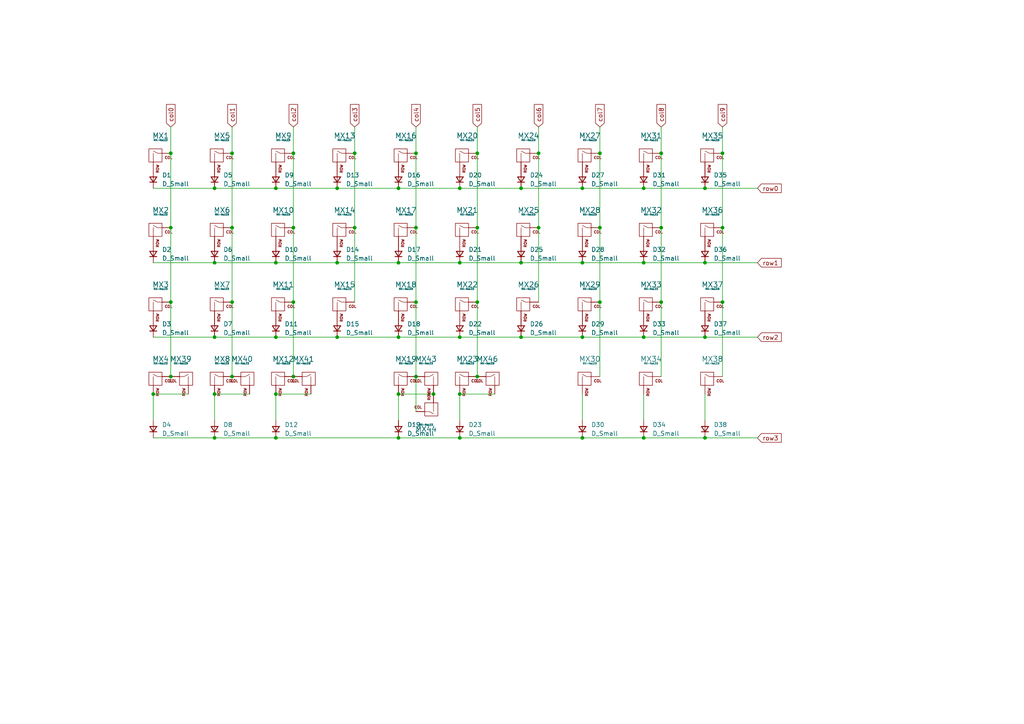
<source format=kicad_sch>
(kicad_sch (version 20230121) (generator eeschema)
  (paper "A4")
  (lib_symbols
    (symbol "Device:D_Small" (pin_numbers hide) (pin_names (offset 0.254) hide)
      (property "Reference" "D" (at -1.27 2.032 0))
      (property "Value" "D_Small" (at -3.81 -2.032 0))
      (symbol "D_Small_0_1"
        (polyline (pts (xy -0.762 -1.016) (xy -0.762 1.016)) (stroke (width 0.254)))
        (polyline (pts (xy -0.762 0) (xy 0.762 0)))
        (polyline (pts (xy 0.762 -1.016) (xy -0.762 0) (xy 0.762 1.016) (xy 0.762 -1.016)) (stroke (width 0.254)))
      )
      (symbol "D_Small_1_1"
        (pin passive line (at -2.54 0 0) (length 1.778) (name "K") (number "1"))
        (pin passive line (at 2.54 0 180) (length 1.778) (name "A") (number "2"))
      )
    )
    (symbol "cipulot_parts:MX-NoLED" (pin_names (offset 1.016))
      (property "Reference" "MX" (at -0.635 3.81 0))
      (property "Value" "MX-NoLED" (at -0.635 1.27 0))
      (symbol "MX-NoLED_0_0"
        (rectangle (start -2.54 2.54) (end 1.27 -1.27))
        (polyline (pts (xy -1.27 -1.27) (xy -1.27 1.27)) (stroke (width 0.127)))
        (polyline (pts (xy 1.27 1.27) (xy 0 1.27) (xy -1.27 1.905)) (stroke (width 0.127)))
        (text "COL" (at 3.175 0 0) (effects (font (size 0.762 0.762))))
        (text "ROW" (at 0 -1.905 900) (effects (font (size 0.762 0.762)) (justify right)))
      )
      (symbol "MX-NoLED_1_1"
        (pin passive line (at 3.81 1.27 180) (length 2.54) (name "COL") (number "1"))
        (pin passive line (at -1.27 -3.81 90) (length 2.54) (name "ROW") (number "2"))
      )
    )
  )
  (junction (at 120.65 44.45))
  (junction (at 168.91 54.61))
  (junction (at 102.87 66.04))
  (junction (at 186.69 54.61))
  (junction (at 186.69 76.2))
  (junction (at 156.21 66.04))
  (junction (at 138.43 44.45))
  (junction (at 173.99 44.45))
  (junction (at 85.09 109.22))
  (junction (at 49.53 109.22))
  (junction (at 80.01 114.3))
  (junction (at 168.91 76.2))
  (junction (at 85.09 87.63))
  (junction (at 120.65 109.22))
  (junction (at 151.13 54.61))
  (junction (at 151.13 97.79))
  (junction (at 115.57 97.79))
  (junction (at 97.79 76.2))
  (junction (at 120.65 87.63))
  (junction (at 49.53 44.45))
  (junction (at 133.35 127))
  (junction (at 168.91 127))
  (junction (at 133.35 97.79))
  (junction (at 133.35 54.61))
  (junction (at 115.57 114.3))
  (junction (at 62.23 127))
  (junction (at 204.47 76.2))
  (junction (at 62.23 114.3))
  (junction (at 138.43 87.63))
  (junction (at 156.21 44.45))
  (junction (at 80.01 76.2))
  (junction (at 209.55 66.04))
  (junction (at 85.09 44.45))
  (junction (at 186.69 97.79))
  (junction (at 138.43 66.04))
  (junction (at 173.99 66.04))
  (junction (at 67.31 109.22))
  (junction (at 209.55 87.63))
  (junction (at 67.31 44.45))
  (junction (at 49.53 66.04))
  (junction (at 204.47 97.79))
  (junction (at 191.77 66.04))
  (junction (at 80.01 54.61))
  (junction (at 49.53 87.63))
  (junction (at 191.77 44.45))
  (junction (at 168.91 97.79))
  (junction (at 191.77 87.63))
  (junction (at 62.23 76.2))
  (junction (at 44.45 114.3))
  (junction (at 120.65 66.04))
  (junction (at 125.73 114.3))
  (junction (at 62.23 97.79))
  (junction (at 67.31 87.63))
  (junction (at 67.31 66.04))
  (junction (at 80.01 127))
  (junction (at 186.69 127))
  (junction (at 85.09 66.04))
  (junction (at 115.57 127))
  (junction (at 97.79 97.79))
  (junction (at 133.35 114.3))
  (junction (at 80.01 97.79))
  (junction (at 102.87 44.45))
  (junction (at 173.99 87.63))
  (junction (at 204.47 54.61))
  (junction (at 138.43 109.22))
  (junction (at 209.55 44.45))
  (junction (at 115.57 76.2))
  (junction (at 133.35 76.2))
  (junction (at 97.79 54.61))
  (junction (at 115.57 54.61))
  (junction (at 151.13 76.2))
  (junction (at 62.23 54.61))
  (junction (at 204.47 127))
  (wire (pts (xy 120.65 44.45) (xy 120.65 66.04)))
  (wire (pts (xy 191.77 44.45) (xy 191.77 66.04)))
  (wire (pts (xy 44.45 114.3) (xy 44.45 121.92)))
  (wire (pts (xy 191.77 66.04) (xy 191.77 87.63)))
  (wire (pts (xy 62.23 127) (xy 80.01 127)))
  (wire (pts (xy 156.21 66.04) (xy 156.21 87.63)))
  (wire (pts (xy 80.01 76.2) (xy 62.23 76.2)))
  (wire (pts (xy 133.35 97.79) (xy 151.13 97.79)))
  (wire (pts (xy 115.57 127) (xy 133.35 127)))
  (wire (pts (xy 138.43 87.63) (xy 138.43 109.22)))
  (wire (pts (xy 133.35 127) (xy 168.91 127)))
  (wire (pts (xy 168.91 76.2) (xy 151.13 76.2)))
  (wire (pts (xy 133.35 114.3) (xy 143.51 114.3)))
  (wire (pts (xy 204.47 54.61) (xy 219.71 54.61)))
  (wire (pts (xy 120.65 87.63) (xy 120.65 109.22)))
  (wire (pts (xy 120.65 109.22) (xy 120.65 119.38)))
  (wire (pts (xy 49.53 66.04) (xy 49.53 87.63)))
  (wire (pts (xy 168.91 97.79) (xy 186.69 97.79)))
  (wire (pts (xy 156.21 44.45) (xy 156.21 66.04)))
  (wire (pts (xy 209.55 36.83) (xy 209.55 44.45)))
  (wire (pts (xy 67.31 44.45) (xy 67.31 66.04)))
  (wire (pts (xy 120.65 66.04) (xy 120.65 87.63)))
  (wire (pts (xy 49.53 36.83) (xy 49.53 44.45)))
  (wire (pts (xy 209.55 87.63) (xy 209.55 109.22)))
  (wire (pts (xy 44.45 127) (xy 62.23 127)))
  (wire (pts (xy 67.31 66.04) (xy 67.31 87.63)))
  (wire (pts (xy 156.21 36.83) (xy 156.21 44.45)))
  (wire (pts (xy 80.01 114.3) (xy 80.01 121.92)))
  (wire (pts (xy 138.43 44.45) (xy 138.43 66.04)))
  (wire (pts (xy 102.87 36.83) (xy 102.87 44.45)))
  (wire (pts (xy 186.69 54.61) (xy 204.47 54.61)))
  (wire (pts (xy 80.01 97.79) (xy 97.79 97.79)))
  (wire (pts (xy 97.79 76.2) (xy 80.01 76.2)))
  (wire (pts (xy 102.87 66.04) (xy 102.87 87.63)))
  (wire (pts (xy 62.23 114.3) (xy 72.39 114.3)))
  (wire (pts (xy 102.87 44.45) (xy 102.87 66.04)))
  (wire (pts (xy 115.57 54.61) (xy 133.35 54.61)))
  (wire (pts (xy 67.31 36.83) (xy 67.31 44.45)))
  (wire (pts (xy 80.01 127) (xy 115.57 127)))
  (wire (pts (xy 85.09 87.63) (xy 85.09 109.22)))
  (wire (pts (xy 62.23 54.61) (xy 80.01 54.61)))
  (wire (pts (xy 204.47 127) (xy 219.71 127)))
  (wire (pts (xy 173.99 44.45) (xy 173.99 66.04)))
  (wire (pts (xy 62.23 97.79) (xy 80.01 97.79)))
  (wire (pts (xy 168.91 114.3) (xy 168.91 121.92)))
  (wire (pts (xy 85.09 44.45) (xy 85.09 66.04)))
  (wire (pts (xy 151.13 54.61) (xy 168.91 54.61)))
  (wire (pts (xy 186.69 97.79) (xy 204.47 97.79)))
  (wire (pts (xy 97.79 97.79) (xy 115.57 97.79)))
  (wire (pts (xy 133.35 54.61) (xy 151.13 54.61)))
  (wire (pts (xy 115.57 114.3) (xy 125.73 114.3)))
  (wire (pts (xy 168.91 54.61) (xy 186.69 54.61)))
  (wire (pts (xy 120.65 36.83) (xy 120.65 44.45)))
  (wire (pts (xy 191.77 87.63) (xy 191.77 109.22)))
  (wire (pts (xy 138.43 66.04) (xy 138.43 87.63)))
  (wire (pts (xy 49.53 87.63) (xy 49.53 109.22)))
  (wire (pts (xy 173.99 87.63) (xy 173.99 109.22)))
  (wire (pts (xy 204.47 97.79) (xy 219.71 97.79)))
  (wire (pts (xy 133.35 76.2) (xy 115.57 76.2)))
  (wire (pts (xy 186.69 114.3) (xy 186.69 121.92)))
  (wire (pts (xy 204.47 76.2) (xy 186.69 76.2)))
  (wire (pts (xy 44.45 97.79) (xy 62.23 97.79)))
  (wire (pts (xy 204.47 114.3) (xy 204.47 121.92)))
  (wire (pts (xy 168.91 127) (xy 186.69 127)))
  (wire (pts (xy 219.71 76.2) (xy 204.47 76.2)))
  (wire (pts (xy 209.55 66.04) (xy 209.55 87.63)))
  (wire (pts (xy 80.01 114.3) (xy 90.17 114.3)))
  (wire (pts (xy 115.57 114.3) (xy 115.57 121.92)))
  (wire (pts (xy 115.57 76.2) (xy 97.79 76.2)))
  (wire (pts (xy 173.99 36.83) (xy 173.99 44.45)))
  (wire (pts (xy 173.99 66.04) (xy 173.99 87.63)))
  (wire (pts (xy 97.79 54.61) (xy 115.57 54.61)))
  (wire (pts (xy 186.69 127) (xy 204.47 127)))
  (wire (pts (xy 62.23 114.3) (xy 62.23 121.92)))
  (wire (pts (xy 85.09 66.04) (xy 85.09 87.63)))
  (wire (pts (xy 186.69 76.2) (xy 168.91 76.2)))
  (wire (pts (xy 44.45 54.61) (xy 62.23 54.61)))
  (wire (pts (xy 115.57 97.79) (xy 133.35 97.79)))
  (wire (pts (xy 67.31 87.63) (xy 67.31 109.22)))
  (wire (pts (xy 138.43 36.83) (xy 138.43 44.45)))
  (wire (pts (xy 85.09 36.83) (xy 85.09 44.45)))
  (wire (pts (xy 44.45 114.3) (xy 54.61 114.3)))
  (wire (pts (xy 62.23 76.2) (xy 44.45 76.2)))
  (wire (pts (xy 49.53 44.45) (xy 49.53 66.04)))
  (wire (pts (xy 151.13 76.2) (xy 133.35 76.2)))
  (wire (pts (xy 80.01 54.61) (xy 97.79 54.61)))
  (wire (pts (xy 209.55 44.45) (xy 209.55 66.04)))
  (wire (pts (xy 191.77 36.83) (xy 191.77 44.45)))
  (wire (pts (xy 151.13 97.79) (xy 168.91 97.79)))
  (wire (pts (xy 133.35 114.3) (xy 133.35 121.92)))
  (global_label "col0" (shape input) (at 49.53 36.83 90) (property "Intersheetrefs" "${INTERSHEET_REFS}" (effects hide)))
  (global_label "col9" (shape input) (at 209.55 36.83 90) (property "Intersheetrefs" "${INTERSHEET_REFS}" (effects hide)))
  (global_label "row0" (shape input) (at 219.71 54.61 0) (property "Intersheetrefs" "${INTERSHEET_REFS}" (effects hide)))
  (global_label "col3" (shape input) (at 102.87 36.83 90) (property "Intersheetrefs" "${INTERSHEET_REFS}" (effects hide)))
  (global_label "col6" (shape input) (at 156.21 36.83 90) (property "Intersheetrefs" "${INTERSHEET_REFS}" (effects hide)))
  (global_label "col7" (shape input) (at 173.99 36.83 90) (property "Intersheetrefs" "${INTERSHEET_REFS}" (effects hide)))
  (global_label "col4" (shape input) (at 120.65 36.83 90) (property "Intersheetrefs" "${INTERSHEET_REFS}" (effects hide)))
  (global_label "row3" (shape input) (at 219.71 127 0) (property "Intersheetrefs" "${INTERSHEET_REFS}" (effects hide)))
  (global_label "row2" (shape input) (at 219.71 97.79 0) (property "Intersheetrefs" "${INTERSHEET_REFS}" (effects hide)))
  (global_label "row1" (shape input) (at 219.71 76.2 0) (property "Intersheetrefs" "${INTERSHEET_REFS}" (effects hide)))
  (global_label "col5" (shape input) (at 138.43 36.83 90) (property "Intersheetrefs" "${INTERSHEET_REFS}" (effects hide)))
  (global_label "col1" (shape input) (at 67.31 36.83 90) (property "Intersheetrefs" "${INTERSHEET_REFS}" (effects hide)))
  (global_label "col2" (shape input) (at 85.09 36.83 90) (property "Intersheetrefs" "${INTERSHEET_REFS}" (effects hide)))
  (global_label "col8" (shape input) (at 191.77 36.83 90) (property "Intersheetrefs" "${INTERSHEET_REFS}" (effects hide)))
  (symbol (lib_id "cipulot_parts:MX-NoLED") (at 116.84 110.49 0) (unit 1)
    (property "Reference" "MX19" (at 117.7256 104.14 0) (effects (font (size 1.524 1.524))))
    (property "Value" "MX-NoLED" (at 117.7256 105.41 0) (effects (font (size 0.508 0.508))))
    (property "Footprint" "MX_Only:MXOnly-2U-Hotswap-Solder-ReversedStabilizers-PadSwapped" (effects hide))
  )
  (symbol (lib_id "cipulot_parts:MX-NoLED") (at 124.46 110.49 0) (mirror y) (unit 1)
    (property "Reference" "MX43" (at 123.5744 104.14 0) (effects (font (size 1.524 1.524))))
    (property "Value" "MX-NoLED" (at 123.5744 105.41 0) (effects (font (size 0.508 0.508))))
    (property "Footprint" "MX_Only:MXOnly-1.75U-NoLED" (effects hide))
  )
  (symbol (lib_id "Device:D_Small") (at 204.47 52.07 90) (unit 1)
    (property "Reference" "D35" (at 207.01 50.7999 90) (effects (justify right)))
    (property "Value" "D_Small" (at 207.01 53.3399 90) (effects (justify right)))
    (property "Footprint" "Diode_SMD:D_SOD-123" (effects hide))
  )
  (symbol (lib_id "cipulot_parts:MX-NoLED") (at 88.9 110.49 0) (mirror y) (unit 1)
    (property "Reference" "MX41" (at 88.0144 104.14 0) (effects (font (size 1.524 1.524))))
    (property "Value" "MX-NoLED" (at 88.0144 105.41 0) (effects (font (size 0.508 0.508))))
    (property "Footprint" "MX_Only:MXOnly-1.25U-NoLED" (effects hide))
  )
  (symbol (lib_id "cipulot_parts:MX-NoLED") (at 205.74 88.9 0) (unit 1)
    (property "Reference" "MX37" (at 206.6256 82.55 0) (effects (font (size 1.524 1.524))))
    (property "Value" "MX-NoLED" (at 206.6256 83.82 0) (effects (font (size 0.508 0.508))))
    (property "Footprint" "MX_Only:MXOnly-1U-Hotswap-Solder-PadSwapped" (effects hide))
  )
  (symbol (lib_id "Device:D_Small") (at 186.69 73.66 90) (unit 1)
    (property "Reference" "D32" (at 189.23 72.3899 90) (effects (justify right)))
    (property "Value" "D_Small" (at 189.23 74.9299 90) (effects (justify right)))
    (property "Footprint" "Diode_SMD:D_SOD-123" (effects hide))
  )
  (symbol (lib_id "Device:D_Small") (at 133.35 52.07 90) (unit 1)
    (property "Reference" "D20" (at 135.89 50.7999 90) (effects (justify right)))
    (property "Value" "D_Small" (at 135.89 53.3399 90) (effects (justify right)))
    (property "Footprint" "Diode_SMD:D_SOD-123" (effects hide))
  )
  (symbol (lib_id "Device:D_Small") (at 186.69 124.46 90) (unit 1)
    (property "Reference" "D34" (at 189.23 123.1899 90) (effects (justify right)))
    (property "Value" "D_Small" (at 189.23 125.7299 90) (effects (justify right)))
    (property "Footprint" "Diode_SMD:D_SOD-123" (effects hide))
  )
  (symbol (lib_id "Device:D_Small") (at 44.45 95.25 90) (unit 1)
    (property "Reference" "D3" (at 46.99 93.9799 90) (effects (justify right)))
    (property "Value" "D_Small" (at 46.99 96.5199 90) (effects (justify right)))
    (property "Footprint" "Diode_SMD:D_SOD-123" (effects hide))
  )
  (symbol (lib_id "cipulot_parts:MX-NoLED") (at 205.74 45.72 0) (unit 1)
    (property "Reference" "MX35" (at 206.6256 39.37 0) (effects (font (size 1.524 1.524))))
    (property "Value" "MX-NoLED" (at 206.6256 40.64 0) (effects (font (size 0.508 0.508))))
    (property "Footprint" "MX_Only:MXOnly-1U-Hotswap-Solder-PadSwapped" (effects hide))
  )
  (symbol (lib_id "cipulot_parts:MX-NoLED") (at 170.18 110.49 0) (unit 1)
    (property "Reference" "MX30" (at 171.0656 104.14 0) (effects (font (size 1.524 1.524))))
    (property "Value" "MX-NoLED" (at 171.0656 105.41 0) (effects (font (size 0.508 0.508))))
    (property "Footprint" "MX_Only:MXOnly-1U-Hotswap-Solder-PadSwapped" (effects hide))
  )
  (symbol (lib_id "Device:D_Small") (at 115.57 73.66 90) (unit 1)
    (property "Reference" "D17" (at 118.11 72.3899 90) (effects (justify right)))
    (property "Value" "D_Small" (at 118.11 74.9299 90) (effects (justify right)))
    (property "Footprint" "Diode_SMD:D_SOD-123" (effects hide))
  )
  (symbol (lib_id "cipulot_parts:MX-NoLED") (at 187.96 88.9 0) (unit 1)
    (property "Reference" "MX33" (at 188.8456 82.55 0) (effects (font (size 1.524 1.524))))
    (property "Value" "MX-NoLED" (at 188.8456 83.82 0) (effects (font (size 0.508 0.508))))
    (property "Footprint" "MX_Only:MXOnly-1U-Hotswap-Solder-PadSwapped" (effects hide))
  )
  (symbol (lib_id "Device:D_Small") (at 133.35 73.66 90) (unit 1)
    (property "Reference" "D21" (at 135.89 72.3899 90) (effects (justify right)))
    (property "Value" "D_Small" (at 135.89 74.9299 90) (effects (justify right)))
    (property "Footprint" "Diode_SMD:D_SOD-123" (effects hide))
  )
  (symbol (lib_id "cipulot_parts:MX-NoLED") (at 81.28 88.9 0) (unit 1)
    (property "Reference" "MX11" (at 82.1656 82.55 0) (effects (font (size 1.524 1.524))))
    (property "Value" "MX-NoLED" (at 82.1656 83.82 0) (effects (font (size 0.508 0.508))))
    (property "Footprint" "MX_Only:MXOnly-1U-Hotswap-Solder-PadSwapped" (effects hide))
  )
  (symbol (lib_id "Device:D_Small") (at 115.57 95.25 90) (unit 1)
    (property "Reference" "D18" (at 118.11 93.9799 90) (effects (justify right)))
    (property "Value" "D_Small" (at 118.11 96.5199 90) (effects (justify right)))
    (property "Footprint" "Diode_SMD:D_SOD-123" (effects hide))
  )
  (symbol (lib_id "cipulot_parts:MX-NoLED") (at 124.46 118.11 180) (unit 1)
    (property "Reference" "MX44" (at 123.5744 124.46 0) (effects (font (size 1.524 1.524))))
    (property "Value" "MX-NoLED" (at 123.5744 123.19 0) (effects (font (size 0.508 0.508))))
    (property "Footprint" "MX_Only:MXOnly-4U-Hotswap-Solder-ReversedStabilizers-PadSwapped" (effects hide))
  )
  (symbol (lib_id "Device:D_Small") (at 168.91 124.46 90) (unit 1)
    (property "Reference" "D30" (at 171.45 123.1899 90) (effects (justify right)))
    (property "Value" "D_Small" (at 171.45 125.7299 90) (effects (justify right)))
    (property "Footprint" "Diode_SMD:D_SOD-123" (effects hide))
  )
  (symbol (lib_id "cipulot_parts:MX-NoLED") (at 63.5 45.72 0) (unit 1)
    (property "Reference" "MX5" (at 64.3856 39.37 0) (effects (font (size 1.524 1.524))))
    (property "Value" "MX-NoLED" (at 64.3856 40.64 0) (effects (font (size 0.508 0.508))))
    (property "Footprint" "MX_Only:MXOnly-1U-Hotswap-Solder-PadSwapped" (effects hide))
  )
  (symbol (lib_id "cipulot_parts:MX-NoLED") (at 152.4 88.9 0) (unit 1)
    (property "Reference" "MX26" (at 153.2856 82.55 0) (effects (font (size 1.524 1.524))))
    (property "Value" "MX-NoLED" (at 153.2856 83.82 0) (effects (font (size 0.508 0.508))))
    (property "Footprint" "MX_Only:MXOnly-1U-Hotswap-Solder-PadSwapped" (effects hide))
  )
  (symbol (lib_id "cipulot_parts:MX-NoLED") (at 205.74 67.31 0) (unit 1)
    (property "Reference" "MX36" (at 206.6256 60.96 0) (effects (font (size 1.524 1.524))))
    (property "Value" "MX-NoLED" (at 206.6256 62.23 0) (effects (font (size 0.508 0.508))))
    (property "Footprint" "MX_Only:MXOnly-1U-Hotswap-Solder-PadSwapped" (effects hide))
  )
  (symbol (lib_id "cipulot_parts:MX-NoLED") (at 170.18 45.72 0) (unit 1)
    (property "Reference" "MX27" (at 171.0656 39.37 0) (effects (font (size 1.524 1.524))))
    (property "Value" "MX-NoLED" (at 171.0656 40.64 0) (effects (font (size 0.508 0.508))))
    (property "Footprint" "MX_Only:MXOnly-1U-Hotswap-Solder-PadSwapped" (effects hide))
  )
  (symbol (lib_id "Device:D_Small") (at 186.69 95.25 90) (unit 1)
    (property "Reference" "D33" (at 189.23 93.9799 90) (effects (justify right)))
    (property "Value" "D_Small" (at 189.23 96.5199 90) (effects (justify right)))
    (property "Footprint" "Diode_SMD:D_SOD-123" (effects hide))
  )
  (symbol (lib_id "cipulot_parts:MX-NoLED") (at 71.12 110.49 0) (mirror y) (unit 1)
    (property "Reference" "MX40" (at 70.2344 104.14 0) (effects (font (size 1.524 1.524))))
    (property "Value" "MX-NoLED" (at 70.2344 105.41 0) (effects (font (size 0.508 0.508))))
    (property "Footprint" "MX_Only:MXOnly-1U-NoLED" (effects hide))
  )
  (symbol (lib_id "Device:D_Small") (at 115.57 52.07 90) (unit 1)
    (property "Reference" "D16" (at 118.11 50.7999 90) (effects (justify right)))
    (property "Value" "D_Small" (at 118.11 53.3399 90) (effects (justify right)))
    (property "Footprint" "Diode_SMD:D_SOD-123" (effects hide))
  )
  (symbol (lib_id "cipulot_parts:MX-NoLED") (at 45.72 45.72 0) (unit 1)
    (property "Reference" "MX1" (at 46.6056 39.37 0) (effects (font (size 1.524 1.524))))
    (property "Value" "MX-NoLED" (at 46.6056 40.64 0) (effects (font (size 0.508 0.508))))
    (property "Footprint" "MX_Only:MXOnly-1U-Hotswap-Solder-PadSwapped" (effects hide))
  )
  (symbol (lib_id "cipulot_parts:MX-NoLED") (at 116.84 88.9 0) (unit 1)
    (property "Reference" "MX18" (at 117.7256 82.55 0) (effects (font (size 1.524 1.524))))
    (property "Value" "MX-NoLED" (at 117.7256 83.82 0) (effects (font (size 0.508 0.508))))
    (property "Footprint" "MX_Only:MXOnly-1U-Hotswap-Solder-PadSwapped" (effects hide))
  )
  (symbol (lib_id "Device:D_Small") (at 133.35 124.46 90) (unit 1)
    (property "Reference" "D23" (at 135.89 123.1899 90) (effects (justify right)))
    (property "Value" "D_Small" (at 135.89 125.7299 90) (effects (justify right)))
    (property "Footprint" "Diode_SMD:D_SOD-123" (effects hide))
  )
  (symbol (lib_id "Device:D_Small") (at 168.91 73.66 90) (unit 1)
    (property "Reference" "D28" (at 171.45 72.3899 90) (effects (justify right)))
    (property "Value" "D_Small" (at 171.45 74.9299 90) (effects (justify right)))
    (property "Footprint" "Diode_SMD:D_SOD-123" (effects hide))
  )
  (symbol (lib_id "cipulot_parts:MX-NoLED") (at 187.96 110.49 0) (unit 1)
    (property "Reference" "MX34" (at 188.8456 104.14 0) (effects (font (size 1.524 1.524))))
    (property "Value" "MX-NoLED" (at 188.8456 105.41 0) (effects (font (size 0.508 0.508))))
    (property "Footprint" "MX_Only:MXOnly-1U-Hotswap-Solder-PadSwapped" (effects hide))
  )
  (symbol (lib_id "cipulot_parts:MX-NoLED") (at 152.4 45.72 0) (unit 1)
    (property "Reference" "MX24" (at 153.2856 39.37 0) (effects (font (size 1.524 1.524))))
    (property "Value" "MX-NoLED" (at 153.2856 40.64 0) (effects (font (size 0.508 0.508))))
    (property "Footprint" "MX_Only:MXOnly-1U-Hotswap-Solder-PadSwapped" (effects hide))
  )
  (symbol (lib_id "cipulot_parts:MX-NoLED") (at 45.72 88.9 0) (unit 1)
    (property "Reference" "MX3" (at 46.6056 82.55 0) (effects (font (size 1.524 1.524))))
    (property "Value" "MX-NoLED" (at 46.6056 83.82 0) (effects (font (size 0.508 0.508))))
    (property "Footprint" "MX_Only:MXOnly-1U-Hotswap-Solder-PadSwapped" (effects hide))
  )
  (symbol (lib_id "Device:D_Small") (at 151.13 52.07 90) (unit 1)
    (property "Reference" "D24" (at 153.67 50.7999 90) (effects (justify right)))
    (property "Value" "D_Small" (at 153.67 53.3399 90) (effects (justify right)))
    (property "Footprint" "Diode_SMD:D_SOD-123" (effects hide))
  )
  (symbol (lib_id "cipulot_parts:MX-NoLED") (at 45.72 110.49 0) (unit 1)
    (property "Reference" "MX4" (at 46.6056 104.14 0) (effects (font (size 1.524 1.524))))
    (property "Value" "MX-NoLED" (at 46.6056 105.41 0) (effects (font (size 0.508 0.508))))
    (property "Footprint" "MX_Only:MXOnly-1U-Hotswap-Solder-PadSwapped" (effects hide))
  )
  (symbol (lib_id "cipulot_parts:MX-NoLED") (at 170.18 88.9 0) (unit 1)
    (property "Reference" "MX29" (at 171.0656 82.55 0) (effects (font (size 1.524 1.524))))
    (property "Value" "MX-NoLED" (at 171.0656 83.82 0) (effects (font (size 0.508 0.508))))
    (property "Footprint" "MX_Only:MXOnly-1U-Hotswap-Solder-PadSwapped" (effects hide))
  )
  (symbol (lib_id "Device:D_Small") (at 204.47 124.46 90) (unit 1)
    (property "Reference" "D38" (at 207.01 123.1899 90) (effects (justify right)))
    (property "Value" "D_Small" (at 207.01 125.7299 90) (effects (justify right)))
    (property "Footprint" "Diode_SMD:D_SOD-123" (effects hide))
  )
  (symbol (lib_id "Device:D_Small") (at 97.79 52.07 90) (unit 1)
    (property "Reference" "D13" (at 100.33 50.7999 90) (effects (justify right)))
    (property "Value" "D_Small" (at 100.33 53.3399 90) (effects (justify right)))
    (property "Footprint" "Diode_SMD:D_SOD-123" (effects hide))
  )
  (symbol (lib_id "cipulot_parts:MX-NoLED") (at 187.96 67.31 0) (unit 1)
    (property "Reference" "MX32" (at 188.8456 60.96 0) (effects (font (size 1.524 1.524))))
    (property "Value" "MX-NoLED" (at 188.8456 62.23 0) (effects (font (size 0.508 0.508))))
    (property "Footprint" "MX_Only:MXOnly-1U-Hotswap-Solder-PadSwapped" (effects hide))
  )
  (symbol (lib_id "Device:D_Small") (at 62.23 52.07 90) (unit 1)
    (property "Reference" "D5" (at 64.77 50.7999 90) (effects (justify right)))
    (property "Value" "D_Small" (at 64.77 53.3399 90) (effects (justify right)))
    (property "Footprint" "Diode_SMD:D_SOD-123" (effects hide))
  )
  (symbol (lib_id "cipulot_parts:MX-NoLED") (at 99.06 67.31 0) (unit 1)
    (property "Reference" "MX14" (at 99.9456 60.96 0) (effects (font (size 1.524 1.524))))
    (property "Value" "MX-NoLED" (at 99.9456 62.23 0) (effects (font (size 0.508 0.508))))
    (property "Footprint" "MX_Only:MXOnly-1U-Hotswap-Solder-PadSwapped" (effects hide))
  )
  (symbol (lib_id "Device:D_Small") (at 44.45 52.07 90) (unit 1)
    (property "Reference" "D1" (at 46.99 50.7999 90) (effects (justify right)))
    (property "Value" "D_Small" (at 46.99 53.3399 90) (effects (justify right)))
    (property "Footprint" "Diode_SMD:D_SOD-123" (effects hide))
  )
  (symbol (lib_id "Device:D_Small") (at 133.35 95.25 90) (unit 1)
    (property "Reference" "D22" (at 135.89 93.9799 90) (effects (justify right)))
    (property "Value" "D_Small" (at 135.89 96.5199 90) (effects (justify right)))
    (property "Footprint" "Diode_SMD:D_SOD-123" (effects hide))
  )
  (symbol (lib_id "Device:D_Small") (at 44.45 124.46 90) (unit 1)
    (property "Reference" "D4" (at 46.99 123.1899 90) (effects (justify right)))
    (property "Value" "D_Small" (at 46.99 125.7299 90) (effects (justify right)))
    (property "Footprint" "Diode_SMD:D_SOD-123" (effects hide))
  )
  (symbol (lib_id "Device:D_Small") (at 186.69 52.07 90) (unit 1)
    (property "Reference" "D31" (at 189.23 50.7999 90) (effects (justify right)))
    (property "Value" "D_Small" (at 189.23 53.3399 90) (effects (justify right)))
    (property "Footprint" "Diode_SMD:D_SOD-123" (effects hide))
  )
  (symbol (lib_id "Device:D_Small") (at 80.01 124.46 90) (unit 1)
    (property "Reference" "D12" (at 82.55 123.1899 90) (effects (justify right)))
    (property "Value" "D_Small" (at 82.55 125.7299 90) (effects (justify right)))
    (property "Footprint" "Diode_SMD:D_SOD-123" (effects hide))
  )
  (symbol (lib_id "Device:D_Small") (at 62.23 73.66 90) (unit 1)
    (property "Reference" "D6" (at 64.77 72.3899 90) (effects (justify right)))
    (property "Value" "D_Small" (at 64.77 74.9299 90) (effects (justify right)))
    (property "Footprint" "Diode_SMD:D_SOD-123" (effects hide))
  )
  (symbol (lib_id "cipulot_parts:MX-NoLED") (at 99.06 45.72 0) (unit 1)
    (property "Reference" "MX13" (at 99.9456 39.37 0) (effects (font (size 1.524 1.524))))
    (property "Value" "MX-NoLED" (at 99.9456 40.64 0) (effects (font (size 0.508 0.508))))
    (property "Footprint" "MX_Only:MXOnly-1U-Hotswap-Solder-PadSwapped" (effects hide))
  )
  (symbol (lib_id "cipulot_parts:MX-NoLED") (at 134.62 45.72 0) (unit 1)
    (property "Reference" "MX20" (at 135.5056 39.37 0) (effects (font (size 1.524 1.524))))
    (property "Value" "MX-NoLED" (at 135.5056 40.64 0) (effects (font (size 0.508 0.508))))
    (property "Footprint" "MX_Only:MXOnly-1U-Hotswap-Solder-PadSwapped" (effects hide))
  )
  (symbol (lib_id "cipulot_parts:MX-NoLED") (at 134.62 110.49 0) (unit 1)
    (property "Reference" "MX23" (at 135.5056 104.14 0) (effects (font (size 1.524 1.524))))
    (property "Value" "MX-NoLED" (at 135.5056 105.41 0) (effects (font (size 0.508 0.508))))
    (property "Footprint" "MX_Only:MXOnly-2U-Hotswap-Solder-ReversedStabilizers-PadSwapped" (effects hide))
  )
  (symbol (lib_id "cipulot_parts:MX-NoLED") (at 53.34 110.49 0) (mirror y) (unit 1)
    (property "Reference" "MX39" (at 52.4544 104.14 0) (effects (font (size 1.524 1.524))))
    (property "Value" "MX-NoLED" (at 52.4544 105.41 0) (effects (font (size 0.508 0.508))))
    (property "Footprint" "MX_Only:MXOnly-1.25U-NoLED" (effects hide))
  )
  (symbol (lib_id "cipulot_parts:MX-NoLED") (at 63.5 67.31 0) (unit 1)
    (property "Reference" "MX6" (at 64.3856 60.96 0) (effects (font (size 1.524 1.524))))
    (property "Value" "MX-NoLED" (at 64.3856 62.23 0) (effects (font (size 0.508 0.508))))
    (property "Footprint" "MX_Only:MXOnly-1U-Hotswap-Solder-PadSwapped" (effects hide))
  )
  (symbol (lib_id "cipulot_parts:MX-NoLED") (at 187.96 45.72 0) (unit 1)
    (property "Reference" "MX31" (at 188.8456 39.37 0) (effects (font (size 1.524 1.524))))
    (property "Value" "MX-NoLED" (at 188.8456 40.64 0) (effects (font (size 0.508 0.508))))
    (property "Footprint" "MX_Only:MXOnly-1U-Hotswap-Solder-PadSwapped" (effects hide))
  )
  (symbol (lib_id "cipulot_parts:MX-NoLED") (at 205.74 110.49 0) (unit 1)
    (property "Reference" "MX38" (at 206.6256 104.14 0) (effects (font (size 1.524 1.524))))
    (property "Value" "MX-NoLED" (at 206.6256 105.41 0) (effects (font (size 0.508 0.508))))
    (property "Footprint" "MX_Only:MXOnly-1U-Hotswap-Solder-PadSwapped" (effects hide))
  )
  (symbol (lib_id "cipulot_parts:MX-NoLED") (at 134.62 88.9 0) (unit 1)
    (property "Reference" "MX22" (at 135.5056 82.55 0) (effects (font (size 1.524 1.524))))
    (property "Value" "MX-NoLED" (at 135.5056 83.82 0) (effects (font (size 0.508 0.508))))
    (property "Footprint" "MX_Only:MXOnly-1U-Hotswap-Solder-PadSwapped" (effects hide))
  )
  (symbol (lib_id "cipulot_parts:MX-NoLED") (at 81.28 45.72 0) (unit 1)
    (property "Reference" "MX9" (at 82.1656 39.37 0) (effects (font (size 1.524 1.524))))
    (property "Value" "MX-NoLED" (at 82.1656 40.64 0) (effects (font (size 0.508 0.508))))
    (property "Footprint" "MX_Only:MXOnly-1U-Hotswap-Solder-PadSwapped" (effects hide))
  )
  (symbol (lib_id "Device:D_Small") (at 204.47 95.25 90) (unit 1)
    (property "Reference" "D37" (at 207.01 93.9799 90) (effects (justify right)))
    (property "Value" "D_Small" (at 207.01 96.5199 90) (effects (justify right)))
    (property "Footprint" "Diode_SMD:D_SOD-123" (effects hide))
  )
  (symbol (lib_id "Device:D_Small") (at 115.57 124.46 90) (unit 1)
    (property "Reference" "D19" (at 118.11 123.1899 90) (effects (justify right)))
    (property "Value" "D_Small" (at 118.11 125.7299 90) (effects (justify right)))
    (property "Footprint" "Diode_SMD:D_SOD-123" (effects hide))
  )
  (symbol (lib_id "cipulot_parts:MX-NoLED") (at 63.5 110.49 0) (unit 1)
    (property "Reference" "MX8" (at 64.3856 104.14 0) (effects (font (size 1.524 1.524))))
    (property "Value" "MX-NoLED" (at 64.3856 105.41 0) (effects (font (size 0.508 0.508))))
    (property "Footprint" "MX_Only:MXOnly-1U-Hotswap-Solder-PadSwapped" (effects hide))
  )
  (symbol (lib_id "Device:D_Small") (at 151.13 73.66 90) (unit 1)
    (property "Reference" "D25" (at 153.67 72.3899 90) (effects (justify right)))
    (property "Value" "D_Small" (at 153.67 74.9299 90) (effects (justify right)))
    (property "Footprint" "Diode_SMD:D_SOD-123" (effects hide))
  )
  (symbol (lib_id "cipulot_parts:MX-NoLED") (at 116.84 45.72 0) (unit 1)
    (property "Reference" "MX16" (at 117.7256 39.37 0) (effects (font (size 1.524 1.524))))
    (property "Value" "MX-NoLED" (at 117.7256 40.64 0) (effects (font (size 0.508 0.508))))
    (property "Footprint" "MX_Only:MXOnly-1U-Hotswap-Solder-PadSwapped" (effects hide))
  )
  (symbol (lib_id "cipulot_parts:MX-NoLED") (at 81.28 110.49 0) (unit 1)
    (property "Reference" "MX12" (at 82.1656 104.14 0) (effects (font (size 1.524 1.524))))
    (property "Value" "MX-NoLED" (at 82.1656 105.41 0) (effects (font (size 0.508 0.508))))
    (property "Footprint" "MX_Only:MXOnly-1U-Hotswap-Solder-PadSwapped" (effects hide))
  )
  (symbol (lib_id "Device:D_Small") (at 62.23 95.25 90) (unit 1)
    (property "Reference" "D7" (at 64.77 93.9799 90) (effects (justify right)))
    (property "Value" "D_Small" (at 64.77 96.5199 90) (effects (justify right)))
    (property "Footprint" "Diode_SMD:D_SOD-123" (effects hide))
  )
  (symbol (lib_id "Device:D_Small") (at 80.01 95.25 90) (unit 1)
    (property "Reference" "D11" (at 82.55 93.9799 90) (effects (justify right)))
    (property "Value" "D_Small" (at 82.55 96.5199 90) (effects (justify right)))
    (property "Footprint" "Diode_SMD:D_SOD-123" (effects hide))
  )
  (symbol (lib_id "Device:D_Small") (at 97.79 95.25 90) (unit 1)
    (property "Reference" "D15" (at 100.33 93.9799 90) (effects (justify right)))
    (property "Value" "D_Small" (at 100.33 96.5199 90) (effects (justify right)))
    (property "Footprint" "Diode_SMD:D_SOD-123" (effects hide))
  )
  (symbol (lib_id "Device:D_Small") (at 97.79 73.66 90) (unit 1)
    (property "Reference" "D14" (at 100.33 72.3899 90) (effects (justify right)))
    (property "Value" "D_Small" (at 100.33 74.9299 90) (effects (justify right)))
    (property "Footprint" "Diode_SMD:D_SOD-123" (effects hide))
  )
  (symbol (lib_id "Device:D_Small") (at 151.13 95.25 90) (unit 1)
    (property "Reference" "D26" (at 153.67 93.9799 90) (effects (justify right)))
    (property "Value" "D_Small" (at 153.67 96.5199 90) (effects (justify right)))
    (property "Footprint" "Diode_SMD:D_SOD-123" (effects hide))
  )
  (symbol (lib_id "cipulot_parts:MX-NoLED") (at 99.06 88.9 0) (unit 1)
    (property "Reference" "MX15" (at 99.9456 82.55 0) (effects (font (size 1.524 1.524))))
    (property "Value" "MX-NoLED" (at 99.9456 83.82 0) (effects (font (size 0.508 0.508))))
    (property "Footprint" "MX_Only:MXOnly-1U-Hotswap-Solder-PadSwapped" (effects hide))
  )
  (symbol (lib_id "cipulot_parts:MX-NoLED") (at 152.4 67.31 0) (unit 1)
    (property "Reference" "MX25" (at 153.2856 60.96 0) (effects (font (size 1.524 1.524))))
    (property "Value" "MX-NoLED" (at 153.2856 62.23 0) (effects (font (size 0.508 0.508))))
    (property "Footprint" "MX_Only:MXOnly-1U-Hotswap-Solder-PadSwapped" (effects hide))
  )
  (symbol (lib_id "cipulot_parts:MX-NoLED") (at 45.72 67.31 0) (unit 1)
    (property "Reference" "MX2" (at 46.6056 60.96 0) (effects (font (size 1.524 1.524))))
    (property "Value" "MX-NoLED" (at 46.6056 62.23 0) (effects (font (size 0.508 0.508))))
    (property "Footprint" "MX_Only:MXOnly-1U-Hotswap-Solder-PadSwapped" (effects hide))
  )
  (symbol (lib_id "cipulot_parts:MX-NoLED") (at 116.84 67.31 0) (unit 1)
    (property "Reference" "MX17" (at 117.7256 60.96 0) (effects (font (size 1.524 1.524))))
    (property "Value" "MX-NoLED" (at 117.7256 62.23 0) (effects (font (size 0.508 0.508))))
    (property "Footprint" "MX_Only:MXOnly-1U-Hotswap-Solder-PadSwapped" (effects hide))
  )
  (symbol (lib_id "Device:D_Small") (at 80.01 52.07 90) (unit 1)
    (property "Reference" "D9" (at 82.55 50.7999 90) (effects (justify right)))
    (property "Value" "D_Small" (at 82.55 53.3399 90) (effects (justify right)))
    (property "Footprint" "Diode_SMD:D_SOD-123" (effects hide))
  )
  (symbol (lib_id "Device:D_Small") (at 62.23 124.46 90) (unit 1)
    (property "Reference" "D8" (at 64.77 123.19 90) (effects (justify right)))
    (property "Value" "D_Small" (at 64.77 125.73 90) (effects (justify right)))
    (property "Footprint" "Diode_SMD:D_SOD-123" (effects hide))
  )
  (symbol (lib_id "cipulot_parts:MX-NoLED") (at 81.28 67.31 0) (unit 1)
    (property "Reference" "MX10" (at 82.1656 60.96 0) (effects (font (size 1.524 1.524))))
    (property "Value" "MX-NoLED" (at 82.1656 62.23 0) (effects (font (size 0.508 0.508))))
    (property "Footprint" "MX_Only:MXOnly-1U-Hotswap-Solder-PadSwapped" (effects hide))
  )
  (symbol (lib_id "Device:D_Small") (at 80.01 73.66 90) (unit 1)
    (property "Reference" "D10" (at 82.55 72.3899 90) (effects (justify right)))
    (property "Value" "D_Small" (at 82.55 74.9299 90) (effects (justify right)))
    (property "Footprint" "Diode_SMD:D_SOD-123" (effects hide))
  )
  (symbol (lib_id "Device:D_Small") (at 204.47 73.66 90) (unit 1)
    (property "Reference" "D36" (at 207.01 72.3899 90) (effects (justify right)))
    (property "Value" "D_Small" (at 207.01 74.9299 90) (effects (justify right)))
    (property "Footprint" "Diode_SMD:D_SOD-123" (effects hide))
  )
  (symbol (lib_id "Device:D_Small") (at 168.91 95.25 90) (unit 1)
    (property "Reference" "D29" (at 171.45 93.9799 90) (effects (justify right)))
    (property "Value" "D_Small" (at 171.45 96.5199 90) (effects (justify right)))
    (property "Footprint" "Diode_SMD:D_SOD-123" (effects hide))
  )
  (symbol (lib_id "cipulot_parts:MX-NoLED") (at 63.5 88.9 0) (unit 1)
    (property "Reference" "MX7" (at 64.3856 82.55 0) (effects (font (size 1.524 1.524))))
    (property "Value" "MX-NoLED" (at 64.3856 83.82 0) (effects (font (size 0.508 0.508))))
    (property "Footprint" "MX_Only:MXOnly-1U-Hotswap-Solder-PadSwapped" (effects hide))
  )
  (symbol (lib_id "cipulot_parts:MX-NoLED") (at 170.18 67.31 0) (unit 1)
    (property "Reference" "MX28" (at 171.0656 60.96 0) (effects (font (size 1.524 1.524))))
    (property "Value" "MX-NoLED" (at 171.0656 62.23 0) (effects (font (size 0.508 0.508))))
    (property "Footprint" "MX_Only:MXOnly-1U-Hotswap-Solder-PadSwapped" (effects hide))
  )
  (symbol (lib_id "Device:D_Small") (at 168.91 52.07 90) (unit 1)
    (property "Reference" "D27" (at 171.45 50.7999 90) (effects (justify right)))
    (property "Value" "D_Small" (at 171.45 53.3399 90) (effects (justify right)))
    (property "Footprint" "Diode_SMD:D_SOD-123" (effects hide))
  )
  (symbol (lib_id "cipulot_parts:MX-NoLED") (at 142.24 110.49 0) (mirror y) (unit 1)
    (property "Reference" "MX46" (at 141.3544 104.14 0) (effects (font (size 1.524 1.524))))
    (property "Value" "MX-NoLED" (at 141.3544 105.41 0) (effects (font (size 0.508 0.508))))
    (property "Footprint" "MX_Only:MXOnly-1.75U-NoLED" (effects hide))
  )
  (symbol (lib_id "cipulot_parts:MX-NoLED") (at 134.62 67.31 0) (unit 1)
    (property "Reference" "MX21" (at 135.5056 60.96 0) (effects (font (size 1.524 1.524))))
    (property "Value" "MX-NoLED" (at 135.5056 62.23 0) (effects (font (size 0.508 0.508))))
    (property "Footprint" "MX_Only:MXOnly-1U-Hotswap-Solder-PadSwapped" (effects hide))
  )
  (symbol (lib_id "Device:D_Small") (at 44.45 73.66 90) (unit 1)
    (property "Reference" "D2" (at 46.99 72.3899 90) (effects (justify right)))
    (property "Value" "D_Small" (at 46.99 74.9299 90) (effects (justify right)))
    (property "Footprint" "Diode_SMD:D_SOD-123" (effects hide))
  )
)
</source>
